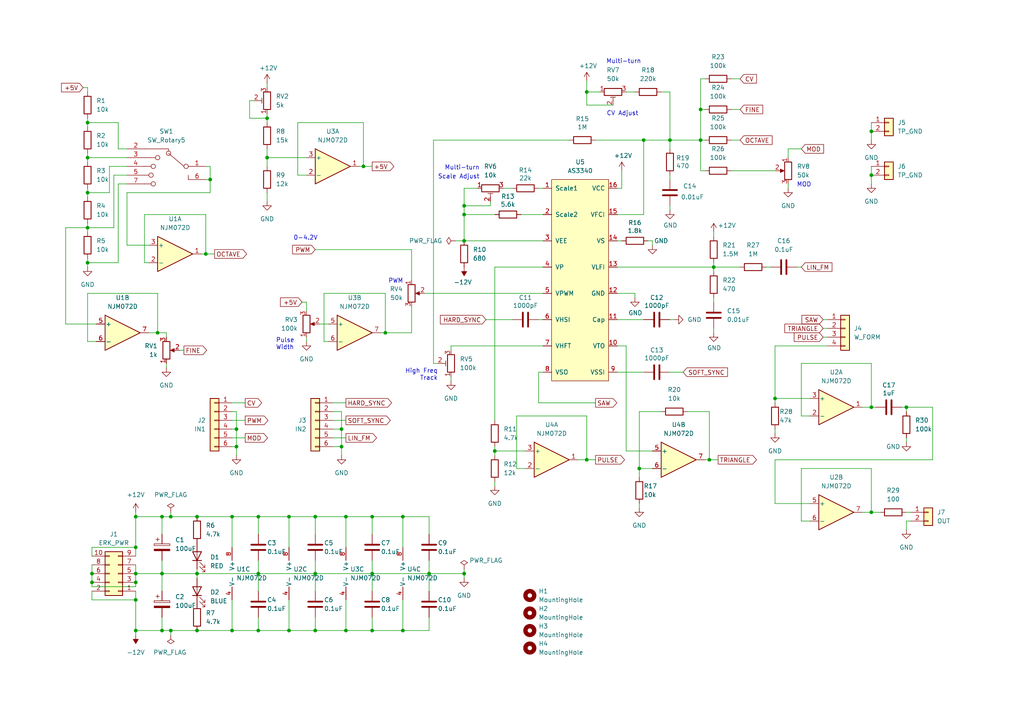
<source format=kicad_sch>
(kicad_sch (version 20211123) (generator eeschema)
  (paper "A4")
  (title_block (title "3340VCO") (date "2023-07-17") (rev "1.0") (company "PNPN Manufactory"))
  (junction (at 186.69 40.64))
  (junction (at 46.99 166.37))
  (junction (at 134.62 59.69))
  (junction (at 203.2 40.64))
  (junction (at 57.15 166.37))
  (junction (at 224.79 115.57))
  (junction (at 39.37 158.75))
  (junction (at 77.47 34.29))
  (junction (at 111.76 96.52))
  (junction (at 134.62 166.37))
  (junction (at 25.4 55.88))
  (junction (at 99.06 129.54))
  (junction (at 203.2 31.75))
  (junction (at 67.31 182.88))
  (junction (at 252.73 50.8))
  (junction (at 45.72 96.52))
  (junction (at 107.95 182.88))
  (junction (at 91.44 166.37))
  (junction (at 74.93 182.88))
  (junction (at 91.44 182.88))
  (junction (at 57.15 149.86))
  (junction (at 100.33 149.86))
  (junction (at 83.82 149.86))
  (junction (at 60.96 52.07))
  (junction (at 68.58 124.46))
  (junction (at 252.73 148.59))
  (junction (at 49.53 149.86))
  (junction (at 107.95 149.86))
  (junction (at 91.44 149.86))
  (junction (at 134.62 62.23))
  (junction (at 39.37 168.91))
  (junction (at 83.82 182.88))
  (junction (at 252.73 118.11))
  (junction (at 194.31 40.64))
  (junction (at 143.51 130.81))
  (junction (at 25.4 76.2))
  (junction (at 107.95 166.37))
  (junction (at 262.89 118.11))
  (junction (at 39.37 173.99))
  (junction (at 39.37 182.88))
  (junction (at 25.4 45.72))
  (junction (at 39.37 149.86))
  (junction (at 185.42 135.89))
  (junction (at 26.67 168.91))
  (junction (at 74.93 166.37))
  (junction (at 49.53 182.88))
  (junction (at 252.73 38.1))
  (junction (at 46.99 149.86))
  (junction (at 25.4 66.04))
  (junction (at 170.18 133.35))
  (junction (at 170.18 26.67))
  (junction (at 134.62 69.85))
  (junction (at 116.84 149.86))
  (junction (at 26.67 166.37))
  (junction (at 25.4 35.56))
  (junction (at 207.01 77.47))
  (junction (at 116.84 182.88))
  (junction (at 59.69 73.66))
  (junction (at 77.47 45.72))
  (junction (at 99.06 124.46))
  (junction (at 57.15 182.88))
  (junction (at 205.74 133.35))
  (junction (at 74.93 149.86))
  (junction (at 100.33 182.88))
  (junction (at 68.58 129.54))
  (junction (at 105.41 48.26))
  (junction (at 39.37 166.37))
  (junction (at 46.99 182.88))
  (junction (at 124.46 166.37))
  (junction (at 67.31 149.86))
  (wire (pts (xy 199.39 119.38) (xy 205.74 119.38)))
  (wire (pts (xy 143.51 139.7) (xy 143.51 140.97)))
  (wire (pts (xy 49.53 182.88) (xy 57.15 182.88)))
  (wire (pts (xy 68.58 129.54) (xy 68.58 124.46)))
  (wire (pts (xy 124.46 182.88) (xy 124.46 179.07)))
  (wire (pts (xy 186.69 40.64) (xy 186.69 62.23)))
  (wire (pts (xy 31.75 55.88) (xy 25.4 55.88)))
  (wire (pts (xy 49.53 182.88) (xy 49.53 184.15)))
  (wire (pts (xy 261.62 118.11) (xy 262.89 118.11)))
  (wire (pts (xy 39.37 168.91) (xy 39.37 170.18)))
  (wire (pts (xy 91.44 149.86) (xy 91.44 154.94)))
  (wire (pts (xy 25.4 45.72) (xy 36.83 45.72)))
  (wire (pts (xy 194.31 40.64) (xy 186.69 40.64)))
  (wire (pts (xy 107.95 149.86) (xy 107.95 154.94)))
  (wire (pts (xy 191.77 119.38) (xy 185.42 119.38)))
  (wire (pts (xy 124.46 166.37) (xy 124.46 171.45)))
  (wire (pts (xy 156.21 107.95) (xy 156.21 116.84)))
  (wire (pts (xy 107.95 166.37) (xy 124.46 166.37)))
  (wire (pts (xy 26.67 163.83) (xy 26.67 166.37)))
  (wire (pts (xy 189.23 69.85) (xy 189.23 71.12)))
  (wire (pts (xy 170.18 26.67) (xy 170.18 30.48)))
  (wire (pts (xy 41.91 76.2) (xy 41.91 62.23)))
  (wire (pts (xy 238.76 97.79) (xy 240.03 97.79)))
  (wire (pts (xy 59.69 73.66) (xy 62.23 73.66)))
  (wire (pts (xy 77.47 33.02) (xy 77.47 34.29)))
  (wire (pts (xy 77.47 24.13) (xy 77.47 25.4)))
  (wire (pts (xy 191.77 26.67) (xy 194.31 26.67)))
  (wire (pts (xy 39.37 148.59) (xy 39.37 149.86)))
  (wire (pts (xy 46.99 182.88) (xy 49.53 182.88)))
  (wire (pts (xy 181.61 26.67) (xy 184.15 26.67)))
  (wire (pts (xy 252.73 48.26) (xy 252.73 50.8)))
  (wire (pts (xy 34.29 43.18) (xy 36.83 43.18)))
  (wire (pts (xy 46.99 179.07) (xy 46.99 182.88)))
  (wire (pts (xy 134.62 166.37) (xy 134.62 167.64)))
  (wire (pts (xy 36.83 71.12) (xy 43.18 71.12)))
  (wire (pts (xy 25.4 99.06) (xy 27.94 99.06)))
  (wire (pts (xy 179.07 62.23) (xy 186.69 62.23)))
  (wire (pts (xy 107.95 162.56) (xy 107.95 166.37)))
  (wire (pts (xy 194.31 92.71) (xy 195.58 92.71)))
  (wire (pts (xy 187.96 69.85) (xy 189.23 69.85)))
  (wire (pts (xy 39.37 182.88) (xy 39.37 184.15)))
  (wire (pts (xy 105.41 35.56) (xy 105.41 48.26)))
  (wire (pts (xy 152.4 135.89) (xy 149.86 135.89)))
  (wire (pts (xy 72.39 34.29) (xy 77.47 34.29)))
  (wire (pts (xy 39.37 158.75) (xy 39.37 161.29)))
  (wire (pts (xy 59.69 62.23) (xy 59.69 73.66)))
  (wire (pts (xy 143.51 77.47) (xy 157.48 77.47)))
  (wire (pts (xy 93.98 99.06) (xy 95.25 99.06)))
  (wire (pts (xy 232.41 105.41) (xy 252.73 105.41)))
  (wire (pts (xy 68.58 129.54) (xy 68.58 132.08)))
  (wire (pts (xy 24.13 25.4) (xy 25.4 25.4)))
  (wire (pts (xy 34.29 53.34) (xy 34.29 76.2)))
  (wire (pts (xy 194.31 40.64) (xy 203.2 40.64)))
  (wire (pts (xy 124.46 166.37) (xy 134.62 166.37)))
  (wire (pts (xy 134.62 62.23) (xy 134.62 69.85)))
  (wire (pts (xy 224.79 124.46) (xy 224.79 125.73)))
  (wire (pts (xy 130.81 109.22) (xy 130.81 110.49)))
  (wire (pts (xy 93.98 99.06) (xy 93.98 85.09)))
  (wire (pts (xy 39.37 173.99) (xy 39.37 182.88)))
  (wire (pts (xy 25.4 45.72) (xy 25.4 46.99)))
  (wire (pts (xy 238.76 95.25) (xy 240.03 95.25)))
  (wire (pts (xy 31.75 48.26) (xy 36.83 48.26)))
  (wire (pts (xy 71.12 127) (xy 67.31 127)))
  (wire (pts (xy 45.72 96.52) (xy 48.26 96.52)))
  (wire (pts (xy 99.06 119.38) (xy 99.06 124.46)))
  (wire (pts (xy 57.15 166.37) (xy 74.93 166.37)))
  (wire (pts (xy 57.15 166.37) (xy 57.15 167.64)))
  (wire (pts (xy 25.4 44.45) (xy 25.4 45.72)))
  (wire (pts (xy 25.4 54.61) (xy 25.4 55.88)))
  (wire (pts (xy 262.89 151.13) (xy 262.89 153.67)))
  (wire (pts (xy 73.66 29.21) (xy 72.39 29.21)))
  (wire (pts (xy 143.51 62.23) (xy 134.62 62.23)))
  (wire (pts (xy 68.58 124.46) (xy 67.31 124.46)))
  (wire (pts (xy 167.64 133.35) (xy 170.18 133.35)))
  (wire (pts (xy 46.99 166.37) (xy 46.99 171.45)))
  (wire (pts (xy 228.6 43.18) (xy 228.6 45.72)))
  (wire (pts (xy 194.31 40.64) (xy 194.31 43.18)))
  (wire (pts (xy 203.2 22.86) (xy 203.2 31.75)))
  (wire (pts (xy 181.61 100.33) (xy 179.07 100.33)))
  (wire (pts (xy 26.67 166.37) (xy 26.67 168.91)))
  (wire (pts (xy 252.73 35.56) (xy 252.73 38.1)))
  (wire (pts (xy 77.47 43.18) (xy 77.47 45.72)))
  (wire (pts (xy 123.19 85.09) (xy 157.48 85.09)))
  (wire (pts (xy 39.37 158.75) (xy 39.37 149.86)))
  (wire (pts (xy 77.47 55.88) (xy 77.47 58.42)))
  (wire (pts (xy 25.4 34.29) (xy 25.4 35.56)))
  (wire (pts (xy 60.96 52.07) (xy 60.96 55.88)))
  (wire (pts (xy 116.84 182.88) (xy 124.46 182.88)))
  (wire (pts (xy 107.95 149.86) (xy 116.84 149.86)))
  (wire (pts (xy 203.2 31.75) (xy 204.47 31.75)))
  (wire (pts (xy 67.31 149.86) (xy 67.31 158.75)))
  (wire (pts (xy 39.37 149.86) (xy 46.99 149.86)))
  (wire (pts (xy 46.99 154.94) (xy 46.99 149.86)))
  (wire (pts (xy 99.06 124.46) (xy 96.52 124.46)))
  (wire (pts (xy 31.75 48.26) (xy 31.75 55.88)))
  (wire (pts (xy 48.26 96.52) (xy 48.26 97.79)))
  (wire (pts (xy 170.18 30.48) (xy 177.8 30.48)))
  (wire (pts (xy 224.79 115.57) (xy 224.79 116.84)))
  (wire (pts (xy 100.33 116.84) (xy 96.52 116.84)))
  (wire (pts (xy 116.84 149.86) (xy 124.46 149.86)))
  (wire (pts (xy 25.4 55.88) (xy 25.4 57.15)))
  (wire (pts (xy 74.93 166.37) (xy 91.44 166.37)))
  (wire (pts (xy 88.9 97.79) (xy 88.9 99.06)))
  (wire (pts (xy 58.42 73.66) (xy 59.69 73.66)))
  (wire (pts (xy 181.61 100.33) (xy 181.61 130.81)))
  (wire (pts (xy 186.69 92.71) (xy 179.07 92.71)))
  (wire (pts (xy 240.03 100.33) (xy 224.79 100.33)))
  (wire (pts (xy 25.4 76.2) (xy 25.4 77.47)))
  (wire (pts (xy 179.07 85.09) (xy 184.15 85.09)))
  (wire (pts (xy 204.47 40.64) (xy 203.2 40.64)))
  (wire (pts (xy 99.06 129.54) (xy 96.52 129.54)))
  (wire (pts (xy 234.95 120.65) (xy 232.41 120.65)))
  (wire (pts (xy 68.58 124.46) (xy 68.58 119.38)))
  (wire (pts (xy 156.21 54.61) (xy 157.48 54.61)))
  (wire (pts (xy 252.73 105.41) (xy 252.73 118.11)))
  (wire (pts (xy 172.72 40.64) (xy 186.69 40.64)))
  (wire (pts (xy 252.73 50.8) (xy 252.73 53.34)))
  (wire (pts (xy 127 105.41) (xy 125.73 105.41)))
  (wire (pts (xy 234.95 146.05) (xy 224.79 146.05)))
  (wire (pts (xy 74.93 179.07) (xy 74.93 182.88)))
  (wire (pts (xy 189.23 135.89) (xy 185.42 135.89)))
  (wire (pts (xy 67.31 149.86) (xy 74.93 149.86)))
  (wire (pts (xy 203.2 40.64) (xy 203.2 49.53)))
  (wire (pts (xy 134.62 165.1) (xy 134.62 166.37)))
  (wire (pts (xy 83.82 149.86) (xy 91.44 149.86)))
  (wire (pts (xy 86.36 50.8) (xy 86.36 35.56)))
  (wire (pts (xy 157.48 100.33) (xy 130.81 100.33)))
  (wire (pts (xy 148.59 54.61) (xy 146.05 54.61)))
  (wire (pts (xy 99.06 119.38) (xy 96.52 119.38)))
  (wire (pts (xy 157.48 69.85) (xy 134.62 69.85)))
  (wire (pts (xy 74.93 149.86) (xy 74.93 154.94)))
  (wire (pts (xy 212.09 22.86) (xy 214.63 22.86)))
  (wire (pts (xy 262.89 118.11) (xy 262.89 119.38)))
  (wire (pts (xy 25.4 66.04) (xy 33.02 66.04)))
  (wire (pts (xy 262.89 148.59) (xy 264.16 148.59)))
  (wire (pts (xy 212.09 40.64) (xy 214.63 40.64)))
  (wire (pts (xy 184.15 85.09) (xy 184.15 86.36)))
  (wire (pts (xy 39.37 182.88) (xy 46.99 182.88)))
  (wire (pts (xy 99.06 124.46) (xy 99.06 129.54)))
  (wire (pts (xy 39.37 171.45) (xy 39.37 173.99)))
  (wire (pts (xy 125.73 40.64) (xy 165.1 40.64)))
  (wire (pts (xy 231.14 77.47) (xy 232.41 77.47)))
  (wire (pts (xy 138.43 54.61) (xy 134.62 54.61)))
  (wire (pts (xy 25.4 66.04) (xy 25.4 67.31)))
  (wire (pts (xy 224.79 133.35) (xy 270.51 133.35)))
  (wire (pts (xy 156.21 92.71) (xy 157.48 92.71)))
  (wire (pts (xy 252.73 148.59) (xy 255.27 148.59)))
  (wire (pts (xy 100.33 149.86) (xy 100.33 158.75)))
  (wire (pts (xy 45.72 85.09) (xy 45.72 96.52)))
  (wire (pts (xy 100.33 182.88) (xy 107.95 182.88)))
  (wire (pts (xy 39.37 166.37) (xy 39.37 168.91)))
  (wire (pts (xy 25.4 85.09) (xy 45.72 85.09)))
  (wire (pts (xy 207.01 95.25) (xy 207.01 96.52)))
  (wire (pts (xy 172.72 116.84) (xy 156.21 116.84)))
  (wire (pts (xy 91.44 182.88) (xy 100.33 182.88)))
  (wire (pts (xy 100.33 149.86) (xy 107.95 149.86)))
  (wire (pts (xy 88.9 87.63) (xy 88.9 90.17)))
  (wire (pts (xy 232.41 135.89) (xy 252.73 135.89)))
  (wire (pts (xy 238.76 92.71) (xy 240.03 92.71)))
  (wire (pts (xy 143.51 130.81) (xy 143.51 132.08)))
  (wire (pts (xy 19.05 93.98) (xy 19.05 66.04)))
  (wire (pts (xy 67.31 182.88) (xy 74.93 182.88)))
  (wire (pts (xy 91.44 166.37) (xy 91.44 171.45)))
  (wire (pts (xy 116.84 149.86) (xy 116.84 158.75)))
  (wire (pts (xy 194.31 26.67) (xy 194.31 40.64)))
  (wire (pts (xy 36.83 50.8) (xy 33.02 50.8)))
  (wire (pts (xy 149.86 120.65) (xy 170.18 120.65)))
  (wire (pts (xy 252.73 38.1) (xy 252.73 40.64)))
  (wire (pts (xy 26.67 170.18) (xy 39.37 170.18)))
  (wire (pts (xy 49.53 149.86) (xy 57.15 149.86)))
  (wire (pts (xy 91.44 72.39) (xy 119.38 72.39)))
  (wire (pts (xy 143.51 121.92) (xy 143.51 77.47)))
  (wire (pts (xy 100.33 121.92) (xy 96.52 121.92)))
  (wire (pts (xy 185.42 135.89) (xy 185.42 138.43)))
  (wire (pts (xy 26.67 161.29) (xy 26.67 158.75)))
  (wire (pts (xy 105.41 48.26) (xy 107.95 48.26)))
  (wire (pts (xy 91.44 166.37) (xy 91.44 162.56)))
  (wire (pts (xy 83.82 149.86) (xy 83.82 158.75)))
  (wire (pts (xy 46.99 166.37) (xy 57.15 166.37)))
  (wire (pts (xy 232.41 120.65) (xy 232.41 105.41)))
  (wire (pts (xy 262.89 118.11) (xy 270.51 118.11)))
  (wire (pts (xy 180.34 69.85) (xy 179.07 69.85)))
  (wire (pts (xy 142.24 59.69) (xy 134.62 59.69)))
  (wire (pts (xy 205.74 133.35) (xy 208.28 133.35)))
  (wire (pts (xy 140.97 92.71) (xy 148.59 92.71)))
  (wire (pts (xy 134.62 54.61) (xy 134.62 59.69)))
  (wire (pts (xy 205.74 133.35) (xy 204.47 133.35)))
  (wire (pts (xy 36.83 55.88) (xy 60.96 55.88)))
  (wire (pts (xy 39.37 166.37) (xy 46.99 166.37)))
  (wire (pts (xy 67.31 173.99) (xy 67.31 182.88)))
  (wire (pts (xy 110.49 96.52) (xy 111.76 96.52)))
  (wire (pts (xy 26.67 158.75) (xy 39.37 158.75)))
  (wire (pts (xy 179.07 107.95) (xy 186.69 107.95)))
  (wire (pts (xy 194.31 59.69) (xy 194.31 60.96)))
  (wire (pts (xy 72.39 29.21) (xy 72.39 34.29)))
  (wire (pts (xy 93.98 85.09) (xy 111.76 85.09)))
  (wire (pts (xy 130.81 100.33) (xy 130.81 101.6)))
  (wire (pts (xy 74.93 162.56) (xy 74.93 166.37)))
  (wire (pts (xy 59.69 52.07) (xy 60.96 52.07)))
  (wire (pts (xy 88.9 50.8) (xy 86.36 50.8)))
  (wire (pts (xy 77.47 34.29) (xy 77.47 35.56)))
  (wire (pts (xy 88.9 45.72) (xy 77.47 45.72)))
  (wire (pts (xy 170.18 133.35) (xy 172.72 133.35)))
  (wire (pts (xy 91.44 166.37) (xy 107.95 166.37)))
  (wire (pts (xy 41.91 62.23) (xy 59.69 62.23)))
  (wire (pts (xy 83.82 182.88) (xy 91.44 182.88)))
  (wire (pts (xy 224.79 100.33) (xy 224.79 115.57)))
  (wire (pts (xy 181.61 130.81) (xy 189.23 130.81)))
  (wire (pts (xy 224.79 146.05) (xy 224.79 133.35)))
  (wire (pts (xy 25.4 99.06) (xy 25.4 85.09)))
  (wire (pts (xy 57.15 182.88) (xy 67.31 182.88)))
  (wire (pts (xy 149.86 135.89) (xy 149.86 120.65)))
  (wire (pts (xy 142.24 58.42) (xy 142.24 59.69)))
  (wire (pts (xy 264.16 151.13) (xy 262.89 151.13)))
  (wire (pts (xy 33.02 50.8) (xy 33.02 66.04)))
  (wire (pts (xy 207.01 87.63) (xy 207.01 86.36)))
  (wire (pts (xy 252.73 118.11) (xy 254 118.11)))
  (wire (pts (xy 170.18 26.67) (xy 173.99 26.67)))
  (wire (pts (xy 41.91 76.2) (xy 43.18 76.2)))
  (wire (pts (xy 59.69 48.26) (xy 60.96 48.26)))
  (wire (pts (xy 48.26 105.41) (xy 48.26 106.68)))
  (wire (pts (xy 26.67 168.91) (xy 26.67 170.18)))
  (wire (pts (xy 250.19 148.59) (xy 252.73 148.59)))
  (wire (pts (xy 52.07 101.6) (xy 53.34 101.6)))
  (wire (pts (xy 222.25 77.47) (xy 223.52 77.47)))
  (wire (pts (xy 91.44 149.86) (xy 100.33 149.86)))
  (wire (pts (xy 57.15 149.86) (xy 67.31 149.86)))
  (wire (pts (xy 34.29 43.18) (xy 34.29 35.56)))
  (wire (pts (xy 100.33 127) (xy 96.52 127)))
  (wire (pts (xy 107.95 179.07) (xy 107.95 182.88)))
  (wire (pts (xy 77.47 45.72) (xy 77.47 48.26)))
  (wire (pts (xy 46.99 149.86) (xy 49.53 149.86)))
  (wire (pts (xy 207.01 77.47) (xy 214.63 77.47)))
  (wire (pts (xy 68.58 129.54) (xy 67.31 129.54)))
  (wire (pts (xy 104.14 48.26) (xy 105.41 48.26)))
  (wire (pts (xy 107.95 166.37) (xy 107.95 171.45)))
  (wire (pts (xy 203.2 22.86) (xy 204.47 22.86)))
  (wire (pts (xy 234.95 115.57) (xy 224.79 115.57)))
  (wire (pts (xy 194.31 107.95) (xy 198.12 107.95)))
  (wire (pts (xy 143.51 129.54) (xy 143.51 130.81)))
  (wire (pts (xy 228.6 53.34) (xy 228.6 54.61)))
  (wire (pts (xy 43.18 96.52) (xy 45.72 96.52)))
  (wire (pts (xy 250.19 118.11) (xy 252.73 118.11)))
  (wire (pts (xy 203.2 49.53) (xy 204.47 49.53)))
  (wire (pts (xy 25.4 76.2) (xy 34.29 76.2)))
  (wire (pts (xy 39.37 163.83) (xy 39.37 166.37)))
  (wire (pts (xy 132.08 69.85) (xy 134.62 69.85)))
  (wire (pts (xy 170.18 120.65) (xy 170.18 133.35)))
  (wire (pts (xy 143.51 130.81) (xy 152.4 130.81)))
  (wire (pts (xy 119.38 88.9) (xy 119.38 96.52)))
  (wire (pts (xy 71.12 121.92) (xy 67.31 121.92)))
  (wire (pts (xy 57.15 165.1) (xy 57.15 166.37)))
  (wire (pts (xy 86.36 35.56) (xy 105.41 35.56)))
  (wire (pts (xy 232.41 43.18) (xy 228.6 43.18)))
  (wire (pts (xy 49.53 148.59) (xy 49.53 149.86)))
  (wire (pts (xy 71.12 116.84) (xy 67.31 116.84)))
  (wire (pts (xy 91.44 179.07) (xy 91.44 182.88)))
  (wire (pts (xy 252.73 135.89) (xy 252.73 148.59)))
  (wire (pts (xy 36.83 53.34) (xy 34.29 53.34)))
  (wire (pts (xy 207.01 76.2) (xy 207.01 77.47)))
  (wire (pts (xy 134.62 59.69) (xy 134.62 62.23)))
  (wire (pts (xy 74.93 182.88) (xy 83.82 182.88)))
  (wire (pts (xy 156.21 107.95) (xy 157.48 107.95)))
  (wire (pts (xy 116.84 173.99) (xy 116.84 182.88)))
  (wire (pts (xy 170.18 23.495) (xy 170.18 26.67)))
  (wire (pts (xy 207.01 67.31) (xy 207.01 68.58)))
  (wire (pts (xy 119.38 72.39) (xy 119.38 81.28)))
  (wire (pts (xy 107.95 182.88) (xy 116.84 182.88)))
  (wire (pts (xy 262.89 127) (xy 262.89 128.27)))
  (wire (pts (xy 99.06 129.54) (xy 99.06 132.08)))
  (wire (pts (xy 194.31 50.8) (xy 194.31 52.07)))
  (wire (pts (xy 36.83 55.88) (xy 36.83 71.12)))
  (wire (pts (xy 83.82 173.99) (xy 83.82 182.88)))
  (wire (pts (xy 180.34 49.53) (xy 180.34 54.61)))
  (wire (pts (xy 25.4 74.93) (xy 25.4 76.2)))
  (wire (pts (xy 25.4 35.56) (xy 25.4 36.83)))
  (wire (pts (xy 124.46 162.56) (xy 124.46 166.37)))
  (wire (pts (xy 270.51 133.35) (xy 270.51 118.11)))
  (wire (pts (xy 125.73 105.41) (xy 125.73 40.64)))
  (wire (pts (xy 92.71 93.98) (xy 95.25 93.98)))
  (wire (pts (xy 207.01 77.47) (xy 207.01 78.74)))
  (wire (pts (xy 111.76 85.09) (xy 111.76 96.52)))
  (wire (pts (xy 25.4 25.4) (xy 25.4 26.67)))
  (wire (pts (xy 87.63 87.63) (xy 88.9 87.63)))
  (wire (pts (xy 100.33 173.99) (xy 100.33 182.88)))
  (wire (pts (xy 46.99 162.56) (xy 46.99 166.37)))
  (wire (pts (xy 185.42 119.38) (xy 185.42 135.89)))
  (wire (pts (xy 27.94 93.98) (xy 19.05 93.98)))
  (wire (pts (xy 205.74 119.38) (xy 205.74 133.35)))
  (wire (pts (xy 68.58 119.38) (xy 67.31 119.38)))
  (wire (pts (xy 203.2 31.75) (xy 203.2 40.64)))
  (wire (pts (xy 74.93 166.37) (xy 74.93 171.45)))
  (wire (pts (xy 234.95 151.13) (xy 232.41 151.13)))
  (wire (pts (xy 212.09 49.53) (xy 224.79 49.53)))
  (wire (pts (xy 180.34 54.61) (xy 179.07 54.61)))
  (wire (pts (xy 19.05 66.04) (xy 25.4 66.04)))
  (wire (pts (xy 60.96 48.26) (xy 60.96 52.07)))
  (wire (pts (xy 151.13 62.23) (xy 157.48 62.23)))
  (wire (pts (xy 25.4 35.56) (xy 34.29 35.56)))
  (wire (pts (xy 232.41 151.13) (xy 232.41 135.89)))
  (wire (pts (xy 185.42 146.05) (xy 185.42 147.32)))
  (wire (pts (xy 25.4 64.77) (xy 25.4 66.04)))
  (wire (pts (xy 74.93 149.86) (xy 83.82 149.86)))
  (wire (pts (xy 26.67 171.45) (xy 26.67 173.99)))
  (wire (pts (xy 111.76 96.52) (xy 119.38 96.52)))
  (wire (pts (xy 26.67 173.99) (xy 39.37 173.99)))
  (wire (pts (xy 212.09 31.75) (xy 214.63 31.75)))
  (wire (pts (xy 179.07 77.47) (xy 207.01 77.47)))
  (wire (pts (xy 124.46 149.86) (xy 124.46 154.94)))
  (text "Multi-turn" (at 175.8082 18.637 0) (effects (font (size 1.27 1.27)) (justify left bottom)))
  (text "0-4.2V" (at 85.09 69.85 0) (effects (font (size 1.27 1.27)) (justify left bottom)))
  (text "MOD" (at 231.0877 54.3897 0) (effects (font (size 1.27 1.27)) (justify left bottom)))
  (text "CV Adjust" (at 175.9291 33.7428 0) (effects (font (size 1.27 1.27)) (justify left bottom)))
  (text "Scale Adjust" (at 127 52.07 0) (effects (font (size 1.27 1.27)) (justify left bottom)))
  (text "High Freq\nTrack" (at 127 110.49 180) (effects (font (size 1.27 1.27)) (justify right bottom)))
  (text "PWM" (at 112.5995 82.3309 0) (effects (font (size 1.27 1.27)) (justify left bottom)))
  (text "Multi-turn" (at 128.9468 49.4751 0) (effects (font (size 1.27 1.27)) (justify left bottom)))
  (text "Pulse\nWidth" (at 80.01 101.6 0) (effects (font (size 1.27 1.27)) (justify left bottom)))
  (global_label "CV" (shape output) (at 71.12 116.84 0) (property "Intersheet References" "${INTERSHEET_REFS}" (effects hide)))
  (global_label "+5V" (shape output) (at 107.95 48.26 0) (property "Intersheet References" "${INTERSHEET_REFS}" (effects hide)))
  (global_label "TRIANGLE" (shape input) (at 238.76 95.25 180) (property "Intersheet References" "${INTERSHEET_REFS}" (effects hide)))
  (global_label "FINE" (shape output) (at 53.34 101.6 0) (property "Intersheet References" "${INTERSHEET_REFS}" (effects hide)))
  (global_label "CV" (shape input) (at 214.63 22.86 0) (property "Intersheet References" "${INTERSHEET_REFS}" (effects hide)))
  (global_label "+5V" (shape input) (at 87.63 87.63 180) (property "Intersheet References" "${INTERSHEET_REFS}" (effects hide)))
  (global_label "PULSE" (shape output) (at 172.72 133.35 0) (property "Intersheet References" "${INTERSHEET_REFS}" (effects hide)))
  (global_label "OCTAVE" (shape output) (at 62.23 73.66 0) (property "Intersheet References" "${INTERSHEET_REFS}" (effects hide)))
  (global_label "LIN_FM" (shape output) (at 100.33 127 0) (property "Intersheet References" "${INTERSHEET_REFS}" (effects hide)))
  (global_label "SAW" (shape output) (at 172.72 116.84 0) (property "Intersheet References" "${INTERSHEET_REFS}" (effects hide)))
  (global_label "OCTAVE" (shape input) (at 214.63 40.64 0) (property "Intersheet References" "${INTERSHEET_REFS}" (effects hide)))
  (global_label "PULSE" (shape input) (at 238.76 97.79 180) (property "Intersheet References" "${INTERSHEET_REFS}" (effects hide)))
  (global_label "LIN_FM" (shape input) (at 232.41 77.47 0) (property "Intersheet References" "${INTERSHEET_REFS}" (effects hide)))
  (global_label "PWM" (shape output) (at 71.12 121.92 0) (property "Intersheet References" "${INTERSHEET_REFS}" (effects hide)))
  (global_label "HARD_SYNC" (shape output) (at 100.33 116.84 0) (property "Intersheet References" "${INTERSHEET_REFS}" (effects hide)))
  (global_label "SOFT_SYNC" (shape input) (at 198.12 107.95 0) (property "Intersheet References" "${INTERSHEET_REFS}" (effects hide)))
  (global_label "FINE" (shape input) (at 214.63 31.75 0) (property "Intersheet References" "${INTERSHEET_REFS}" (effects hide)))
  (global_label "MOD" (shape output) (at 71.12 127 0) (property "Intersheet References" "${INTERSHEET_REFS}" (effects hide)))
  (global_label "PWM" (shape input) (at 91.44 72.39 180) (property "Intersheet References" "${INTERSHEET_REFS}" (effects hide)))
  (global_label "MOD" (shape input) (at 232.41 43.18 0) (property "Intersheet References" "${INTERSHEET_REFS}" (effects hide)))
  (global_label "+5V" (shape input) (at 24.13 25.4 180) (property "Intersheet References" "${INTERSHEET_REFS}" (effects hide)))
  (global_label "SAW" (shape input) (at 238.76 92.71 180) (property "Intersheet References" "${INTERSHEET_REFS}" (effects hide)))
  (global_label "TRIANGLE" (shape output) (at 208.28 133.35 0) (property "Intersheet References" "${INTERSHEET_REFS}" (effects hide)))
  (global_label "SOFT_SYNC" (shape output) (at 100.33 121.92 0) (property "Intersheet References" "${INTERSHEET_REFS}" (effects hide)))
  (global_label "HARD_SYNC" (shape input) (at 140.97 92.71 180) (property "Intersheet References" "${INTERSHEET_REFS}" (effects hide)))
  (symbol (lib_id "Device:R") (at 134.62 73.66 180) (unit 1)
    (property "Reference" "R10" (at 137.16 72.3899 0) (effects (justify right)))
    (property "Value" "680" (at 137.16 74.9299 0) (effects (justify right)))
    (property "Footprint" "Resistor_THT:R_Axial_DIN0207_L6.3mm_D2.5mm_P10.16mm_Horizontal" (effects hide))
  )
  (symbol (lib_id "power:-12V") (at 134.62 77.47 180) (unit 1)
    (property "Reference" "#PWR011" (effects hide))
    (property "Value" "-12V" (at 134.239 81.8642 0))
  )
  (symbol (lib_id "Device:R") (at 152.4 54.61 90) (unit 1)
    (property "Reference" "R14" (at 152.4 49.3522 90))
    (property "Value" "22k" (at 152.4 51.6636 90))
    (property "Footprint" "Resistor_THT:R_Axial_DIN0207_L6.3mm_D2.5mm_P10.16mm_Horizontal" (effects hide))
  )
  (symbol (lib_id "Device:R") (at 147.32 62.23 90) (unit 1)
    (property "Reference" "R13" (at 147.32 56.9722 90))
    (property "Value" "5.6k" (at 147.32 59.2836 90))
    (property "Footprint" "Resistor_THT:R_Axial_DIN0207_L6.3mm_D2.5mm_P10.16mm_Horizontal" (effects hide))
  )
  (symbol (lib_id "power:+12V") (at 180.34 49.53 0) (unit 1)
    (property "Reference" "#PWR015" (effects hide))
    (property "Value" "+12V" (at 180.721 45.1358 0))
  )
  (symbol (lib_id "Device:R") (at 187.96 26.67 90) (unit 1)
    (property "Reference" "R18" (at 187.96 20.32 90))
    (property "Value" "220k" (at 187.96 22.86 90))
    (property "Footprint" "Resistor_THT:R_Axial_DIN0207_L6.3mm_D2.5mm_P10.16mm_Horizontal" (effects hide))
  )
  (symbol (lib_id "power:+12V") (at 170.18 23.495 0) (unit 1)
    (property "Reference" "#PWR014" (effects hide))
    (property "Value" "+12V" (at 170.561 19.1008 0))
  )
  (symbol (lib_id "Device:R") (at 184.15 69.85 270) (unit 1)
    (property "Reference" "R16" (at 184.15 64.5922 90))
    (property "Value" "1.8k" (at 184.15 66.9036 90))
    (property "Footprint" "Resistor_THT:R_Axial_DIN0207_L6.3mm_D2.5mm_P10.16mm_Horizontal" (effects hide))
  )
  (symbol (lib_id "power:GND") (at 189.23 71.12 0) (unit 1)
    (property "Reference" "#PWR018" (effects hide))
    (property "Value" "GND" (at 191.77 69.85 0))
  )
  (symbol (lib_id "Device:R") (at 207.01 72.39 0) (unit 1)
    (property "Reference" "R21" (at 209.55 71.1199 0) (effects (justify left)))
    (property "Value" "1.5M" (at 209.55 73.6599 0) (effects (justify left)))
    (property "Footprint" "Resistor_THT:R_Axial_DIN0207_L6.3mm_D2.5mm_P10.16mm_Horizontal" (effects hide))
  )
  (symbol (lib_id "power:+12V") (at 207.01 67.31 0) (unit 1)
    (property "Reference" "#PWR021" (effects hide))
    (property "Value" "+12V" (at 210.82 65.405 0))
  )
  (symbol (lib_id "Device:R") (at 207.01 82.55 180) (unit 1)
    (property "Reference" "R22" (at 209.55 81.2799 0) (effects (justify right)))
    (property "Value" "470" (at 209.55 83.8199 0) (effects (justify right)))
    (property "Footprint" "Resistor_THT:R_Axial_DIN0207_L6.3mm_D2.5mm_P10.16mm_Horizontal" (effects hide))
  )
  (symbol (lib_id "Device:C") (at 207.01 91.44 180) (unit 1)
    (property "Reference" "C15" (at 210.82 90.1699 0) (effects (justify right)))
    (property "Value" "0.01uF" (at 210.82 92.7099 0) (effects (justify right)))
    (property "Footprint" "Capacitor_THT:C_Rect_L7.0mm_W3.5mm_P5.00mm" (effects hide))
  )
  (symbol (lib_id "power:GND") (at 207.01 96.52 0) (unit 1)
    (property "Reference" "#PWR022" (effects hide))
    (property "Value" "GND" (at 207.137 100.9142 0))
  )
  (symbol (lib_id "power:GND") (at 184.15 86.36 0) (unit 1)
    (property "Reference" "#PWR016" (effects hide))
    (property "Value" "GND" (at 184.277 90.7542 0))
  )
  (symbol (lib_id "Device:C") (at 190.5 92.71 270) (unit 1)
    (property "Reference" "C12" (at 190.5 86.3092 90))
    (property "Value" "1000pF" (at 190.5 88.6206 90))
    (property "Footprint" "Capacitor_THT:C_Rect_L7.0mm_W2.0mm_P5.00mm" (effects hide))
  )
  (symbol (lib_id "power:GND") (at 195.58 92.71 90) (unit 1)
    (property "Reference" "#PWR020" (effects hide))
    (property "Value" "GND" (at 199.39 92.7099 90) (effects (justify right)))
  )
  (symbol (lib_id "power:GND") (at 143.51 140.97 0) (unit 1)
    (property "Reference" "#PWR013" (effects hide))
    (property "Value" "GND" (at 143.51 146.05 0))
  )
  (symbol (lib_id "power:GND") (at 224.79 125.73 0) (unit 1)
    (property "Reference" "#PWR023" (effects hide))
    (property "Value" "GND" (at 224.79 130.81 0))
  )
  (symbol (lib_id "Device:R") (at 262.89 123.19 0) (unit 1)
    (property "Reference" "R30" (at 265.43 121.9199 0) (effects (justify left)))
    (property "Value" "100k" (at 265.43 124.4599 0) (effects (justify left)))
    (property "Footprint" "Resistor_THT:R_Axial_DIN0207_L6.3mm_D2.5mm_P10.16mm_Horizontal" (effects hide))
  )
  (symbol (lib_id "Device:R") (at 259.08 148.59 90) (unit 1)
    (property "Reference" "R29" (at 259.08 142.24 90))
    (property "Value" "100" (at 259.08 144.78 90))
    (property "Footprint" "Resistor_THT:R_Axial_DIN0207_L6.3mm_D2.5mm_P10.16mm_Horizontal" (effects hide))
  )
  (symbol (lib_id "Device:R") (at 208.28 40.64 90) (unit 1)
    (property "Reference" "R25" (at 208.28 34.29 90))
    (property "Value" "100k" (at 208.28 36.83 90))
    (property "Footprint" "Resistor_THT:R_Axial_DIN0207_L6.3mm_D2.5mm_P10.16mm_Horizontal" (effects hide))
  )
  (symbol (lib_id "Device:R") (at 194.31 46.99 0) (unit 1)
    (property "Reference" "R19" (at 196.088 45.8216 0) (effects (justify left)))
    (property "Value" "470" (at 196.088 48.133 0) (effects (justify left)))
    (property "Footprint" "Resistor_THT:R_Axial_DIN0207_L6.3mm_D2.5mm_P10.16mm_Horizontal" (effects hide))
  )
  (symbol (lib_id "Device:R_Potentiometer") (at 119.38 85.09 0) (unit 1)
    (property "Reference" "RV4" (at 116.84 83.8199 0) (effects (justify right)))
    (property "Value" "50k" (at 116.84 86.3599 0) (effects (justify right)))
    (property "Footprint" "Potentiometer_THT:Potentiometer_Alps_RK09Y11_Single_Horizontal" (effects hide))
  )
  (symbol (lib_id "Mechanical:MountingHole") (at 153.67 182.88 0) (unit 1)
    (property "Reference" "H3" (at 156.21 181.6099 0) (effects (justify left)))
    (property "Value" "MountingHole" (at 156.21 184.1499 0) (effects (justify left)))
    (property "Footprint" "MountingHole:MountingHole_3.2mm_M3" (effects hide))
  )
  (symbol (lib_id "power:PWR_FLAG") (at 132.08 69.85 90) (unit 1)
    (property "Reference" "#FLG03" (effects hide))
    (property "Value" "PWR_FLAG" (at 128.27 69.8499 90) (effects (justify left)))
  )
  (symbol (lib_id "Device:C_Polarized") (at 46.99 158.75 0) (unit 1)
    (property "Reference" "C1" (at 50.8 156.5909 0) (effects (justify left)))
    (property "Value" "100uF" (at 50.8 159.1309 0) (effects (justify left)))
    (property "Footprint" "Capacitor_THT:CP_Radial_D6.3mm_P2.50mm" (effects hide))
  )
  (symbol (lib_id "Device:C") (at 124.46 158.75 0) (unit 1)
    (property "Reference" "C9" (at 127 157.4801 0) (effects (justify left)))
    (property "Value" "0.1uF" (at 127 160.02 0) (effects (justify left)))
    (property "Footprint" "Capacitor_THT:C_Disc_D3.0mm_W1.6mm_P2.50mm" (effects hide))
  )
  (symbol (lib_id "Device:C") (at 74.93 158.75 0) (unit 1)
    (property "Reference" "C3" (at 77.47 157.4801 0) (effects (justify left)))
    (property "Value" "0.1uF" (at 77.47 160.02 0) (effects (justify left)))
    (property "Footprint" "Capacitor_THT:C_Disc_D3.0mm_W1.6mm_P2.50mm" (effects hide))
  )
  (symbol (lib_id "Device:R") (at 57.15 153.67 0) (unit 1)
    (property "Reference" "R6" (at 59.69 152.3999 0) (effects (justify left)))
    (property "Value" "4.7k" (at 59.69 154.9399 0) (effects (justify left)))
    (property "Footprint" "Resistor_THT:R_Axial_DIN0207_L6.3mm_D2.5mm_P10.16mm_Horizontal" (effects hide))
  )
  (symbol (lib_id "Device:R") (at 25.4 71.12 0) (unit 1)
    (property "Reference" "R5" (at 27.94 69.8499 0) (effects (justify left)))
    (property "Value" "10k" (at 27.94 72.3899 0) (effects (justify left)))
    (property "Footprint" "Resistor_THT:R_Axial_DIN0207_L6.3mm_D2.5mm_P10.16mm_Horizontal" (effects hide))
  )
  (symbol (lib_id "Device:R_Potentiometer_Trim") (at 177.8 26.67 90) (mirror x) (unit 1)
    (property "Reference" "RV7" (at 177.8 20.32 90))
    (property "Value" "50k" (at 177.8 22.86 90))
    (property "Footprint" "Potentiometer_THT:Potentiometer_Bourns_3296W_Vertical" (effects hide))
  )
  (symbol (lib_id "Amplifier_Operational:TL072") (at 96.52 48.26 0) (unit 1)
    (property "Reference" "U3" (at 96.52 38.1 0))
    (property "Value" "NJM072D" (at 96.52 40.64 0))
    (property "Footprint" "Package_DIP:DIP-8_W7.62mm_Socket" (effects hide))
    (property "Datasheet" "http://www.ti.com/lit/ds/symlink/tl071.pdf" (effects hide))
  )
  (symbol (lib_id "Device:R") (at 168.91 40.64 90) (unit 1)
    (property "Reference" "R15" (at 168.9122 34.4701 90))
    (property "Value" "1M" (at 168.91 36.83 90))
    (property "Footprint" "Resistor_THT:R_Axial_DIN0207_L6.3mm_D2.5mm_P10.16mm_Horizontal" (effects hide))
  )
  (symbol (lib_id "Amplifier_Operational:TL072") (at 50.8 73.66 0) (unit 1)
    (property "Reference" "U1" (at 50.8 63.5 0))
    (property "Value" "NJM072D" (at 50.8 66.04 0))
    (property "Footprint" "Package_DIP:DIP-8_W7.62mm_Socket" (effects hide))
    (property "Datasheet" "http://www.ti.com/lit/ds/symlink/tl071.pdf" (effects hide))
  )
  (symbol (lib_id "power:+12V") (at 77.47 24.13 0) (unit 1)
    (property "Reference" "#PWR06" (effects hide))
    (property "Value" "+12V" (at 77.851 19.7358 0))
  )
  (symbol (lib_id "My_Device0:AS3340") (at 157.48 54.61 0) (unit 1)
    (property "Reference" "U5" (at 168.275 46.99 0))
    (property "Value" "AS3340" (at 168.275 49.53 0))
    (property "Footprint" "Package_DIP:DIP-16_W7.62mm_Socket" (effects hide))
  )
  (symbol (lib_id "Device:LED") (at 57.15 171.45 90) (unit 1)
    (property "Reference" "D2" (at 60.96 171.7674 90) (effects (justify right)))
    (property "Value" "BLUE" (at 60.96 174.3074 90) (effects (justify right)))
    (property "Footprint" "LED_THT:LED_D3.0mm" (effects hide))
  )
  (symbol (lib_id "Device:LED") (at 57.15 161.29 90) (unit 1)
    (property "Reference" "D1" (at 60.96 161.6074 90) (effects (justify right)))
    (property "Value" "RED" (at 60.96 164.1474 90) (effects (justify right)))
    (property "Footprint" "LED_THT:LED_D3.0mm" (effects hide))
  )
  (symbol (lib_id "Device:C") (at 91.44 175.26 0) (unit 1)
    (property "Reference" "C6" (at 93.98 173.9901 0) (effects (justify left)))
    (property "Value" "0.1uF" (at 93.98 176.53 0) (effects (justify left)))
    (property "Footprint" "Capacitor_THT:C_Disc_D3.0mm_W1.6mm_P2.50mm" (effects hide))
  )
  (symbol (lib_id "power:GND") (at 252.73 40.64 0) (unit 1)
    (property "Reference" "#PWR025" (effects hide))
    (property "Value" "GND" (at 252.73 45.72 0))
  )
  (symbol (lib_id "power:GND") (at 134.62 167.64 0) (unit 1)
    (property "Reference" "#PWR012" (effects hide))
    (property "Value" "GND" (at 134.62 172.72 0))
  )
  (symbol (lib_id "power:-12V") (at 39.37 184.15 180) (unit 1)
    (property "Reference" "#PWR03" (effects hide))
    (property "Value" "-12V" (at 39.37 189.23 0))
  )
  (symbol (lib_id "power:GND") (at 262.89 153.67 0) (unit 1)
    (property "Reference" "#PWR028" (effects hide))
    (property "Value" "GND" (at 262.89 158.75 0))
  )
  (symbol (lib_id "Amplifier_Operational:TL072") (at 242.57 148.59 0) (unit 2)
    (property "Reference" "U2" (at 242.57 138.43 0))
    (property "Value" "NJM072D" (at 242.57 140.97 0))
    (property "Footprint" "Package_DIP:DIP-8_W7.62mm_Socket" (effects hide))
    (property "Datasheet" "http://www.ti.com/lit/ds/symlink/tl071.pdf" (effects hide))
  )
  (symbol (lib_id "Device:C") (at 91.44 158.75 0) (unit 1)
    (property "Reference" "C5" (at 93.98 157.4801 0) (effects (justify left)))
    (property "Value" "0.1uF" (at 93.98 160.02 0) (effects (justify left)))
    (property "Footprint" "Capacitor_THT:C_Disc_D3.0mm_W1.6mm_P2.50mm" (effects hide))
  )
  (symbol (lib_id "power:GND") (at 99.06 132.08 0) (mirror y) (unit 1)
    (property "Reference" "#PWR09" (effects hide))
    (property "Value" "GND" (at 99.06 137.16 0))
  )
  (symbol (lib_id "power:GND") (at 25.4 77.47 0) (unit 1)
    (property "Reference" "#PWR01" (effects hide))
    (property "Value" "GND" (at 25.4 82.55 0))
  )
  (symbol (lib_id "Device:R_Potentiometer") (at 228.6 49.53 0) (mirror y) (unit 1)
    (property "Reference" "RV8" (at 231.14 48.2599 0) (effects (justify right)))
    (property "Value" "50k" (at 231.14 50.7999 0) (effects (justify right)))
    (property "Footprint" "Potentiometer_THT:Potentiometer_Alps_RK09Y11_Single_Horizontal" (effects hide))
  )
  (symbol (lib_id "power:+12V") (at 39.37 148.59 0) (unit 1)
    (property "Reference" "#PWR02" (effects hide))
    (property "Value" "+12V" (at 39.37 143.51 0))
  )
  (symbol (lib_id "Amplifier_Operational:TL072") (at 242.57 118.11 0) (unit 1)
    (property "Reference" "U2" (at 242.57 107.95 0))
    (property "Value" "NJM072D" (at 242.57 110.49 0))
    (property "Footprint" "Package_DIP:DIP-8_W7.62mm_Socket" (effects hide))
    (property "Datasheet" "http://www.ti.com/lit/ds/symlink/tl071.pdf" (effects hide))
  )
  (symbol (lib_id "Device:R") (at 25.4 60.96 0) (unit 1)
    (property "Reference" "R4" (at 27.94 59.6899 0) (effects (justify left)))
    (property "Value" "10k" (at 27.94 62.2299 0) (effects (justify left)))
    (property "Footprint" "Resistor_THT:R_Axial_DIN0207_L6.3mm_D2.5mm_P10.16mm_Horizontal" (effects hide))
  )
  (symbol (lib_id "power:GND") (at 130.81 110.49 0) (unit 1)
    (property "Reference" "#PWR010" (effects hide))
    (property "Value" "GND" (at 130.81 115.57 0))
  )
  (symbol (lib_id "Device:R_Potentiometer_Trim") (at 77.47 29.21 180) (unit 1)
    (property "Reference" "RV2" (at 80.01 27.9399 0) (effects (justify right)))
    (property "Value" "5k" (at 80.01 30.4799 0) (effects (justify right)))
    (property "Footprint" "myfootprint:Potentiometer_Bourns_3362P_Vertical" (effects hide))
  )
  (symbol (lib_id "Device:C") (at 107.95 158.75 0) (unit 1)
    (property "Reference" "C7" (at 110.49 157.4801 0) (effects (justify left)))
    (property "Value" "0.1uF" (at 110.49 160.02 0) (effects (justify left)))
    (property "Footprint" "Capacitor_THT:C_Disc_D3.0mm_W1.6mm_P2.50mm" (effects hide))
  )
  (symbol (lib_id "Device:C_Polarized") (at 46.99 175.26 0) (unit 1)
    (property "Reference" "C2" (at 50.8 173.1009 0) (effects (justify left)))
    (property "Value" "100uF" (at 50.8 175.6409 0) (effects (justify left)))
    (property "Footprint" "Capacitor_THT:CP_Radial_D6.3mm_P2.50mm" (effects hide))
  )
  (symbol (lib_id "Connector_Generic:Conn_01x06") (at 62.23 121.92 0) (mirror y) (unit 1)
    (property "Reference" "J2" (at 59.69 121.9199 0) (effects (justify left)))
    (property "Value" "IN1" (at 59.69 124.4599 0) (effects (justify left)))
    (property "Footprint" "Connector_JST:JST_XH_B6B-XH-A_1x06_P2.50mm_Vertical" (effects hide))
  )
  (symbol (lib_id "power:GND") (at 185.42 147.32 0) (unit 1)
    (property "Reference" "#PWR017" (effects hide))
    (property "Value" "GND" (at 185.42 152.4 0))
  )
  (symbol (lib_id "Device:R") (at 25.4 50.8 0) (unit 1)
    (property "Reference" "R3" (at 27.94 49.5299 0) (effects (justify left)))
    (property "Value" "10k" (at 27.94 52.0699 0) (effects (justify left)))
    (property "Footprint" "Resistor_THT:R_Axial_DIN0207_L6.3mm_D2.5mm_P10.16mm_Horizontal" (effects hide))
  )
  (symbol (lib_id "Device:C") (at 74.93 175.26 0) (unit 1)
    (property "Reference" "C4" (at 77.47 173.9901 0) (effects (justify left)))
    (property "Value" "0.1uF" (at 77.47 176.53 0) (effects (justify left)))
    (property "Footprint" "Capacitor_THT:C_Disc_D3.0mm_W1.6mm_P2.50mm" (effects hide))
  )
  (symbol (lib_id "Device:R_Potentiometer") (at 48.26 101.6 0) (mirror x) (unit 1)
    (property "Reference" "RV1" (at 45.72 100.3299 0) (effects (justify right)))
    (property "Value" "1k" (at 45.72 102.8699 0) (effects (justify right)))
    (property "Footprint" "Potentiometer_THT:Potentiometer_Alps_RK09Y11_Single_Horizontal" (effects hide))
  )
  (symbol (lib_id "power:GND") (at 48.26 106.68 0) (unit 1)
    (property "Reference" "#PWR04" (effects hide))
    (property "Value" "GND" (at 48.26 111.76 0))
  )
  (symbol (lib_id "Device:C") (at 227.33 77.47 90) (unit 1)
    (property "Reference" "C16" (at 227.33 69.85 90))
    (property "Value" "0.1uF" (at 227.33 72.39 90))
    (property "Footprint" "Capacitor_THT:C_Rect_L7.0mm_W2.5mm_P5.00mm" (effects hide))
  )
  (symbol (lib_id "Device:C") (at 190.5 107.95 270) (unit 1)
    (property "Reference" "C13" (at 190.5 101.5492 90))
    (property "Value" "1000pF" (at 190.5 103.8606 90))
    (property "Footprint" "Capacitor_THT:C_Rect_L7.0mm_W2.0mm_P5.00mm" (effects hide))
  )
  (symbol (lib_id "Device:C") (at 107.95 175.26 0) (unit 1)
    (property "Reference" "C8" (at 110.49 173.9901 0) (effects (justify left)))
    (property "Value" "0.1uF" (at 110.49 176.53 0) (effects (justify left)))
    (property "Footprint" "Capacitor_THT:C_Disc_D3.0mm_W1.6mm_P2.50mm" (effects hide))
  )
  (symbol (lib_id "Amplifier_Operational:TL072") (at 119.38 166.37 0) (unit 3)
    (property "Reference" "U4" (at 118.11 165.0999 0) (effects (justify left)))
    (property "Value" "NJM072D" (at 118.11 167.6399 0) (effects (justify left)))
    (property "Footprint" "Package_DIP:DIP-8_W7.62mm_Socket" (effects hide))
    (property "Datasheet" "http://www.ti.com/lit/ds/symlink/tl071.pdf" (effects hide))
  )
  (symbol (lib_id "Mechanical:MountingHole") (at 153.67 172.72 0) (unit 1)
    (property "Reference" "H1" (at 156.21 171.4499 0) (effects (justify left)))
    (property "Value" "MountingHole" (at 156.21 173.9899 0) (effects (justify left)))
    (property "Footprint" "MountingHole:MountingHole_3.2mm_M3" (effects hide))
  )
  (symbol (lib_id "Device:R") (at 208.28 49.53 90) (unit 1)
    (property "Reference" "R26" (at 208.28 43.18 90))
    (property "Value" "100k" (at 208.28 45.72 90))
    (property "Footprint" "Resistor_THT:R_Axial_DIN0207_L6.3mm_D2.5mm_P10.16mm_Horizontal" (effects hide))
  )
  (symbol (lib_id "power:GND") (at 262.89 128.27 0) (unit 1)
    (property "Reference" "#PWR027" (effects hide))
    (property "Value" "GND" (at 259.08 129.54 0))
  )
  (symbol (lib_id "power:GND") (at 88.9 99.06 0) (unit 1)
    (property "Reference" "#PWR08" (effects hide))
    (property "Value" "GND" (at 88.9 104.14 0))
  )
  (symbol (lib_id "Mechanical:MountingHole") (at 153.67 187.96 0) (unit 1)
    (property "Reference" "H4" (at 156.21 186.6899 0) (effects (justify left)))
    (property "Value" "MountingHole" (at 156.21 189.2299 0) (effects (justify left)))
    (property "Footprint" "MountingHole:MountingHole_3.2mm_M3" (effects hide))
  )
  (symbol (lib_id "Amplifier_Operational:TL072") (at 102.87 166.37 0) (unit 3)
    (property "Reference" "U3" (at 101.6 165.0999 0) (effects (justify left)))
    (property "Value" "NJM072D" (at 101.6 167.6399 0) (effects (justify left)))
    (property "Footprint" "Package_DIP:DIP-8_W7.62mm_Socket" (effects hide))
    (property "Datasheet" "http://www.ti.com/lit/ds/symlink/tl071.pdf" (effects hide))
  )
  (symbol (lib_id "Device:R") (at 195.58 119.38 90) (unit 1)
    (property "Reference" "R20" (at 195.58 113.03 90))
    (property "Value" "10k" (at 195.58 115.57 90))
    (property "Footprint" "Resistor_THT:R_Axial_DIN0207_L6.3mm_D2.5mm_P10.16mm_Horizontal" (effects hide))
  )
  (symbol (lib_id "Device:R") (at 208.28 22.86 90) (unit 1)
    (property "Reference" "R23" (at 208.28 16.51 90))
    (property "Value" "100k" (at 208.28 19.05 90))
    (property "Footprint" "Resistor_THT:R_Axial_DIN0207_L6.3mm_D2.5mm_P10.16mm_Horizontal" (effects hide))
  )
  (symbol (lib_id "Amplifier_Operational:TL072") (at 69.85 166.37 0) (unit 3)
    (property "Reference" "U1" (at 68.58 165.0999 0) (effects (justify left)))
    (property "Value" "NJM072D" (at 68.58 167.6399 0) (effects (justify left)))
    (property "Footprint" "Package_DIP:DIP-8_W7.62mm_Socket" (effects hide))
    (property "Datasheet" "http://www.ti.com/lit/ds/symlink/tl071.pdf" (effects hide))
  )
  (symbol (lib_id "Device:R") (at 208.28 31.75 90) (unit 1)
    (property "Reference" "R24" (at 208.28 25.4 90))
    (property "Value" "100k" (at 208.28 27.94 90))
    (property "Footprint" "Resistor_THT:R_Axial_DIN0207_L6.3mm_D2.5mm_P10.16mm_Horizontal" (effects hide))
  )
  (symbol (lib_id "Amplifier_Operational:TL072") (at 102.87 96.52 0) (unit 2)
    (property "Reference" "U3" (at 102.87 86.36 0))
    (property "Value" "NJM072D" (at 102.87 88.9 0))
    (property "Footprint" "Package_DIP:DIP-8_W7.62mm_Socket" (effects hide))
    (property "Datasheet" "http://www.ti.com/lit/ds/symlink/tl071.pdf" (effects hide))
  )
  (symbol (lib_id "power:PWR_FLAG") (at 49.53 184.15 180) (unit 1)
    (property "Reference" "#FLG02" (effects hide))
    (property "Value" "PWR_FLAG" (at 44.45 189.23 0) (effects (justify right)))
  )
  (symbol (lib_id "Amplifier_Operational:TL072") (at 196.85 133.35 0) (unit 2)
    (property "Reference" "U4" (at 196.85 123.19 0))
    (property "Value" "NJM072D" (at 196.85 125.73 0))
    (property "Footprint" "Package_DIP:DIP-8_W7.62mm_Socket" (effects hide))
    (property "Datasheet" "http://www.ti.com/lit/ds/symlink/tl071.pdf" (effects hide))
  )
  (symbol (lib_id "Amplifier_Operational:TL072") (at 35.56 96.52 0) (unit 2)
    (property "Reference" "U1" (at 35.56 86.36 0))
    (property "Value" "NJM072D" (at 35.56 88.9 0))
    (property "Footprint" "Package_DIP:DIP-8_W7.62mm_Socket" (effects hide))
    (property "Datasheet" "http://www.ti.com/lit/ds/symlink/tl071.pdf" (effects hide))
  )
  (symbol (lib_id "Connector_Generic:Conn_01x02") (at 257.81 35.56 0) (unit 1)
    (property "Reference" "J5" (at 260.35 35.5599 0) (effects (justify left)))
    (property "Value" "TP_GND" (at 260.35 38.0999 0) (effects (justify left)))
    (property "Footprint" "Connector_PinHeader_2.54mm:PinHeader_1x02_P2.54mm_Vertical" (effects hide))
  )
  (symbol (lib_id "Device:R") (at 218.44 77.47 90) (unit 1)
    (property "Reference" "R27" (at 218.44 71.12 90))
    (property "Value" "1M" (at 218.44 73.66 90))
    (property "Footprint" "Resistor_THT:R_Axial_DIN0207_L6.3mm_D2.5mm_P10.16mm_Horizontal" (effects hide))
  )
  (symbol (lib_id "Device:R") (at 25.4 40.64 0) (unit 1)
    (property "Reference" "R2" (at 27.94 39.3699 0) (effects (justify left)))
    (property "Value" "10k" (at 27.94 41.9099 0) (effects (justify left)))
    (property "Footprint" "Resistor_THT:R_Axial_DIN0207_L6.3mm_D2.5mm_P10.16mm_Horizontal" (effects hide))
  )
  (symbol (lib_id "Amplifier_Operational:TL072") (at 86.36 166.37 0) (unit 3)
    (property "Reference" "U2" (at 85.09 165.0999 0) (effects (justify left)))
    (property "Value" "NJM072D" (at 85.09 167.6399 0) (effects (justify left)))
    (property "Footprint" "Package_DIP:DIP-8_W7.62mm_Socket" (effects hide))
    (property "Datasheet" "http://www.ti.com/lit/ds/symlink/tl071.pdf" (effects hide))
  )
  (symbol (lib_id "Connector_Generic:Conn_01x02") (at 269.24 148.59 0) (unit 1)
    (property "Reference" "J7" (at 271.78 148.5899 0) (effects (justify left)))
    (property "Value" "OUT" (at 271.78 151.1299 0) (effects (justify left)))
    (property "Footprint" "Connector_JST:JST_XH_B2B-XH-A_1x02_P2.50mm_Vertical" (effects hide))
  )
  (symbol (lib_id "Device:R") (at 143.51 125.73 180) (unit 1)
    (property "Reference" "R11" (at 146.05 124.4599 0) (effects (justify right)))
    (property "Value" "4.7k" (at 146.05 126.9999 0) (effects (justify right)))
    (property "Footprint" "Resistor_THT:R_Axial_DIN0207_L6.3mm_D2.5mm_P10.16mm_Horizontal" (effects hide))
  )
  (symbol (lib_id "Device:R_Potentiometer_Trim") (at 142.24 54.61 90) (mirror x) (unit 1)
    (property "Reference" "RV6" (at 142.24 48.26 90))
    (property "Value" "10k" (at 142.24 50.8 90))
    (property "Footprint" "Potentiometer_THT:Potentiometer_Bourns_3296W_Vertical" (effects hide))
  )
  (symbol (lib_id "Device:C") (at 194.31 55.88 0) (unit 1)
    (property "Reference" "C14" (at 198.12 53.9749 0) (effects (justify left)))
    (property "Value" "0.01uF" (at 197.485 57.1499 0) (effects (justify left)))
    (property "Footprint" "Capacitor_THT:C_Rect_L7.0mm_W3.5mm_P5.00mm" (effects hide))
  )
  (symbol (lib_id "Device:C") (at 152.4 92.71 270) (unit 1)
    (property "Reference" "C11" (at 152.4 86.3092 90))
    (property "Value" "1000pF" (at 152.4 88.6206 90))
    (property "Footprint" "Capacitor_THT:C_Rect_L7.0mm_W2.0mm_P5.00mm" (effects hide))
  )
  (symbol (lib_id "Mechanical:MountingHole") (at 153.67 177.8 0) (unit 1)
    (property "Reference" "H2" (at 156.21 176.5299 0) (effects (justify left)))
    (property "Value" "MountingHole" (at 156.21 179.0699 0) (effects (justify left)))
    (property "Footprint" "MountingHole:MountingHole_3.2mm_M3" (effects hide))
  )
  (symbol (lib_id "Device:R") (at 77.47 39.37 0) (unit 1)
    (property "Reference" "R8" (at 80.01 38.0999 0) (effects (justify left)))
    (property "Value" "15k" (at 80.01 40.6399 0) (effects (justify left)))
    (property "Footprint" "Resistor_THT:R_Axial_DIN0207_L6.3mm_D2.5mm_P10.16mm_Horizontal" (effects hide))
  )
  (symbol (lib_id "Connector_Generic:Conn_01x02") (at 257.81 48.26 0) (unit 1)
    (property "Reference" "J6" (at 260.35 48.2599 0) (effects (justify left)))
    (property "Value" "TP_GND" (at 260.35 50.7999 0) (effects (justify left)))
    (property "Footprint" "Connector_PinHeader_2.54mm:PinHeader_1x02_P2.54mm_Vertical" (effects hide))
  )
  (symbol (lib_id "Device:R") (at 77.47 52.07 0) (unit 1)
    (property "Reference" "R9" (at 80.01 50.7999 0) (effects (justify left)))
    (property "Value" "12k" (at 80.01 53.3399 0) (effects (justify left)))
    (property "Footprint" "Resistor_THT:R_Axial_DIN0207_L6.3mm_D2.5mm_P10.16mm_Horizontal" (effects hide))
  )
  (symbol (lib_id "power:GND") (at 68.58 132.08 0) (mirror y) (unit 1)
    (property "Reference" "#PWR05" (effects hide))
    (property "Value" "GND" (at 68.58 137.16 0))
  )
  (symbol (lib_id "power:GND") (at 228.6 54.61 0) (unit 1)
    (property "Reference" "#PWR024" (effects hide))
    (property "Value" "GND" (at 228.6 59.69 0))
  )
  (symbol (lib_id "Device:C") (at 257.81 118.11 270) (unit 1)
    (property "Reference" "C17" (at 257.81 111.7092 90))
    (property "Value" "1uF" (at 257.81 114.0206 90))
    (property "Footprint" "Capacitor_THT:C_Rect_L7.0mm_W6.0mm_P5.00mm" (effects hide))
  )
  (symbol (lib_id "power:GND") (at 252.73 53.34 0) (unit 1)
    (property "Reference" "#PWR026" (effects hide))
    (property "Value" "GND" (at 252.73 58.42 0))
  )
  (symbol (lib_id "Amplifier_Operational:TL072") (at 160.02 133.35 0) (unit 1)
    (property "Reference" "U4" (at 160.02 123.19 0))
    (property "Value" "NJM072D" (at 160.02 125.73 0))
    (property "Footprint" "Package_DIP:DIP-8_W7.62mm_Socket" (effects hide))
    (property "Datasheet" "http://www.ti.com/lit/ds/symlink/tl071.pdf" (effects hide))
  )
  (symbol (lib_id "Device:R_Potentiometer_Trim") (at 130.81 105.41 180) (unit 1)
    (property "Reference" "RV5" (at 133.35 104.1399 0) (effects (justify right)))
    (property "Value" "100k" (at 133.35 106.6799 0) (effects (justify right)))
    (property "Footprint" "myfootprint:Potentiometer_Bourns_3362P_Vertical" (effects hide))
  )
  (symbol (lib_id "Device:R") (at 224.79 120.65 0) (unit 1)
    (property "Reference" "R28" (at 226.06 119.3799 0) (effects (justify left)))
    (property "Value" "47k" (at 226.06 121.9199 0) (effects (justify left)))
    (property "Footprint" "Resistor_THT:R_Axial_DIN0207_L6.3mm_D2.5mm_P10.16mm_Horizontal" (effects hide))
  )
  (symbol (lib_id "Connector_Generic:Conn_02x05_Odd_Even") (at 34.29 166.37 180) (unit 1)
    (property "Reference" "J1" (at 33.02 154.94 0))
    (property "Value" "ERK_PWR" (at 33.02 157.48 0))
    (property "Footprint" "Connector_IDC:IDC-Header_2x05_P2.54mm_Vertical" (effects hide))
  )
  (symbol (lib_id "Connector_Generic:Conn_01x06") (at 91.44 121.92 0) (mirror y) (unit 1)
    (property "Reference" "J3" (at 88.9 121.9199 0) (effects (justify left)))
    (property "Value" "IN2" (at 88.9 124.4599 0) (effects (justify left)))
    (property "Footprint" "Connector_JST:JST_XH_B6B-XH-A_1x06_P2.50mm_Vertical" (effects hide))
  )
  (symbol (lib_id "Device:R") (at 25.4 30.48 0) (unit 1)
    (property "Reference" "R1" (at 27.94 29.2099 0) (effects (justify left)))
    (property "Value" "10k" (at 27.94 31.7499 0) (effects (justify left)))
    (property "Footprint" "Resistor_THT:R_Axial_DIN0207_L6.3mm_D2.5mm_P10.16mm_Horizontal" (effects hide))
  )
  (symbol (lib_id "My_Device:SW_Rotary5") (at 49.53 48.26 0) (mirror y) (unit 1)
    (property "Reference" "SW1" (at 48.26 38.1 0))
    (property "Value" "SW_Rotary5" (at 48.26 40.64 0))
    (property "Footprint" "myfootprint:Rotary_Ecoder_Ali_Jtom" (effects hide))
  )
  (symbol (lib_id "Device:R") (at 143.51 135.89 180) (unit 1)
    (property "Reference" "R12" (at 146.05 134.6199 0) (effects (justify right)))
    (property "Value" "12k" (at 146.05 137.1599 0) (effects (justify right)))
    (property "Footprint" "Resistor_THT:R_Axial_DIN0207_L6.3mm_D2.5mm_P10.16mm_Horizontal" (effects hide))
  )
  (symbol (lib_id "power:PWR_FLAG") (at 49.53 148.59 0) (unit 1)
    (property "Reference" "#FLG01" (effects hide))
    (property "Value" "PWR_FLAG" (at 49.53 143.51 0))
  )
  (symbol (lib_id "power:GND") (at 194.31 60.96 0) (unit 1)
    (property "Reference" "#PWR019" (effects hide))
    (property "Value" "GND" (at 194.437 65.3542 0))
  )
  (symbol (lib_id "Device:R") (at 57.15 179.07 0) (unit 1)
    (property "Reference" "R7" (at 59.69 177.7999 0) (effects (justify left)))
    (property "Value" "4.7k" (at 59.69 180.3399 0) (effects (justify left)))
    (property "Footprint" "Resistor_THT:R_Axial_DIN0207_L6.3mm_D2.5mm_P10.16mm_Horizontal" (effects hide))
  )
  (symbol (lib_id "Connector_Generic:Conn_01x04") (at 245.11 95.25 0) (unit 1)
    (property "Reference" "J4" (at 247.65 95.2499 0) (effects (justify left)))
    (property "Value" "W_FORM" (at 247.65 97.7899 0) (effects (justify left)))
    (property "Footprint" "Connector_JST:JST_XH_B4B-XH-A_1x04_P2.50mm_Vertical" (effects hide))
  )
  (symbol (lib_id "Device:C") (at 124.46 175.26 0) (unit 1)
    (property "Reference" "C10" (at 127 173.9901 0) (effects (justify left)))
    (property "Value" "0.1uF" (at 127 176.53 0) (effects (justify left)))
    (property "Footprint" "Capacitor_THT:C_Disc_D3.0mm_W1.6mm_P2.50mm" (effects hide))
  )
  (symbol (lib_id "Device:R") (at 185.42 142.24 0) (unit 1)
    (property "Reference" "R17" (at 186.69 140.9699 0) (effects (justify left)))
    (property "Value" "10k" (at 186.69 143.5099 0) (effects (justify left)))
    (property "Footprint" "Resistor_THT:R_Axial_DIN0207_L6.3mm_D2.5mm_P10.16mm_Horizontal" (effects hide))
  )
  (symbol (lib_id "power:GND") (at 77.47 58.42 0) (unit 1)
    (property "Reference" "#PWR07" (effects hide))
    (property "Value" "GND" (at 77.47 63.5 0))
  )
  (symbol (lib_id "power:PWR_FLAG") (at 134.62 165.1 0) (unit 1)
    (property "Reference" "#FLG04" (effects hide))
    (property "Value" "PWR_FLAG" (at 140.97 162.56 0))
  )
  (symbol (lib_id "Device:R_Potentiometer") (at 88.9 93.98 0) (mirror x) (unit 1)
    (property "Reference" "RV3" (at 86.36 92.7099 0) (effects (justify right)))
    (property "Value" "100k" (at 86.36 95.2499 0) (effects (justify right)))
    (property "Footprint" "Potentiometer_THT:Potentiometer_Alps_RK09Y11_Single_Horizontal" (effects hide))
  )
)
</source>
